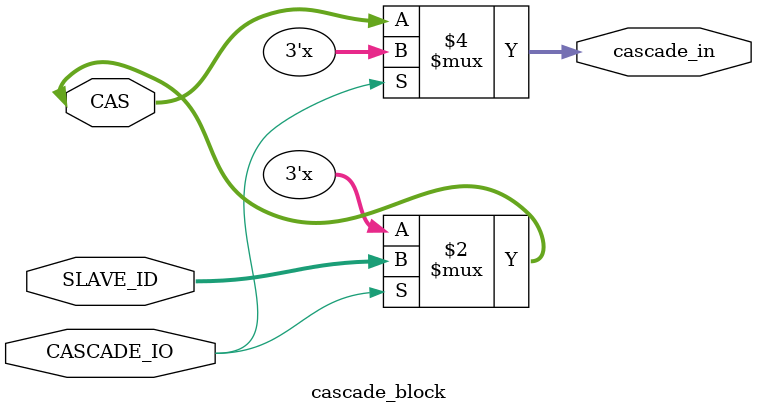
<source format=v>

module cascade_block (
       inout    [2:0] CAS,
       input   [2:0] SLAVE_ID,
       output   [2:0] cascade_in,
       input CASCADE_IO
);

  assign CAS = (CASCADE_IO==1)?SLAVE_ID: 3'bzzz;
  
  assign cascade_in = (CASCADE_IO==0)?CAS : 3'bzzz;

endmodule 

</source>
